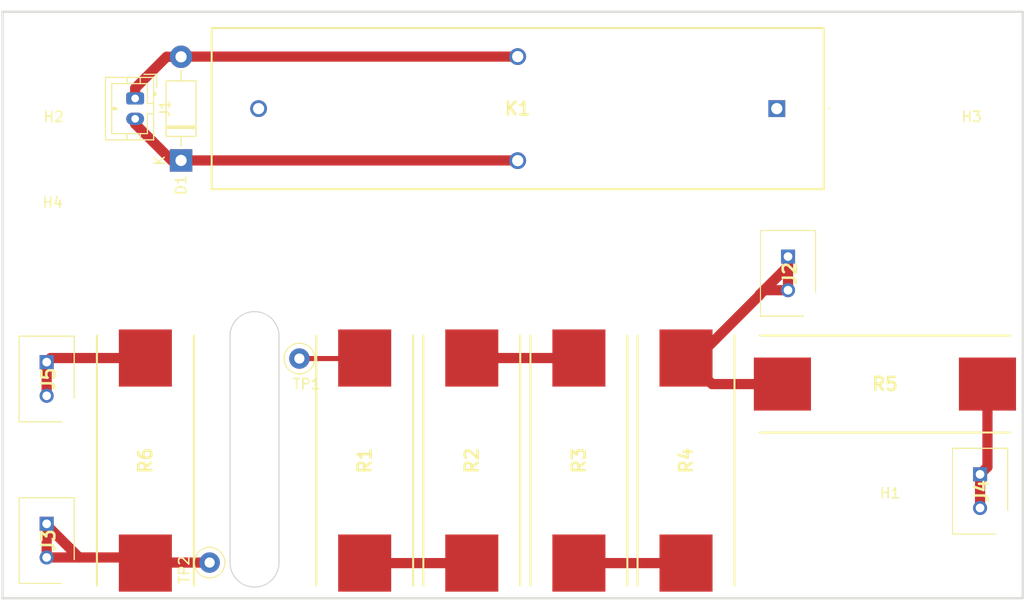
<source format=kicad_pcb>
(kicad_pcb (version 20211014) (generator pcbnew)
  (layers (0 "F.Cu" signal) (31 "B.Cu" signal) (34 "B.Paste" user) (35 "F.Paste" user) (36 "B.SilkS" user "B.Silkscreen") (37 "F.SilkS" user "F.Silkscreen") (38 "B.Mask" user) (39 "F.Mask" user) (44 "Edge.Cuts" user))
  (net 0 "")
  (net 1 "Net-(D1-Pad1)")
  (net 2 "Net-(D1-Pad2)")
  (net 3 "Net-(J2-Pad1)")
  (net 4 "Net-(J3-Pad1)")
  (net 7 "Net-(R1-Pad1)")
  (net 8 "Net-(R1-Pad2)")
  (net 9 "Net-(R2-Pad2)")
  (net 10 "Net-(R3-Pad2)")
  (net 11 "Net-(J4-Pad1)")
  (net 12 "Net-(J5-Pad1)")
  (footprint "SamacSys_Parts:DF33C2P33DSA24" (layer "F.Cu") (at 118.325 75.35 -90)
    (fp_text reference "J4" (at 1.65 -0.175 90) (layer "F.SilkS") (effects (font (size 1.27 1.27) (thickness 0.254))))
    (fp_text value "TSMP" hide)
    (fp_line (start -2.55 -2.7) (end -2.55 -2.7) (layer "F.SilkS") (width 0.1))
    (fp_line (start 5.85 2.7) (end 5.85 2.7) (layer "F.SilkS") (width 0.1))
    (fp_line (start 5.85 2.7) (end 5.85 2.7) (layer "F.SilkS") (width 0.1))
    (fp_line (start 3.5 -2.7) (end 3.5 -2.7) (layer "F.SilkS") (width 0.1))
    (fp_line (start -2.55 2.7) (end -2.55 2.7) (layer "F.SilkS") (width 0.1))
    (fp_line (start 5.85 2.7) (end -2.55 2.7) (layer "F.SilkS") (width 0.1))
    (fp_line (start -2.55 -2.7) (end 3.5 -2.7) (layer "F.SilkS") (width 0.1))
    (fp_line (start 3.5 -2.7) (end -2.55 -2.7) (layer "F.SilkS") (width 0.1))
    (fp_line (start 5.85 -1.5) (end 5.85 -1.5) (layer "F.SilkS") (width 0.1))
    (fp_line (start 5.85 2.7) (end 5.85 -1.5) (layer "F.SilkS") (width 0.1))
    (fp_line (start -2.55 2.7) (end -2.55 -2.7) (layer "F.SilkS") (width 0.1))
    (fp_line (start -2.55 -2.7) (end -2.55 2.7) (layer "F.SilkS") (width 0.1))
    (fp_line (start -2.55 -2.7) (end -2.55 -2.7) (layer "F.SilkS") (width 0.1))
    (fp_line (start 5.85 -1.5) (end 5.85 2.7) (layer "F.SilkS") (width 0.1))
    (fp_line (start -2.55 2.7) (end 5.85 2.7) (layer "F.SilkS") (width 0.1))
    (fp_line (start -2.55 2.7) (end -2.55 2.7) (layer "F.SilkS") (width 0.1))
    (pad "" np_thru_hole circle locked (at 4.85 -2.35 270) (size 1.4 1.4) (drill 1.4) (layers *.Cu *.Mask))
    (pad "1" thru_hole rect locked (at 0 0 270) (size 1.381 1.381) (drill 0.85) (layers *.Cu *.Mask) (net 11 "Net-(J4-Pad1)"))
    (pad "2" thru_hole circle locked (at 3.3 0 270) (size 1.381 1.381) (drill 0.85) (layers *.Cu *.Mask) (net 11 "Net-(J4-Pad1)"))
  )
  (footprint "MountingHole:MountingHole_4.3mm_M4" (layer "F.Cu") (at 117.5 35 180)
    (fp_text reference "H3" (at 0 -5.3) (layer "F.SilkS"))
    (fp_text value "MountingHole")
    (pad "" np_thru_hole circle (at 0 0 180) (size 4.3 4.3) (drill 4.3) (layers *.Cu *.Mask))
  )
  (footprint "SamacSys_Parts:RESM24595X990N" (layer "F.Cu") (at 89.5 74 90)
    (fp_text reference "R4" (at 0 0 90) (layer "F.SilkS") (effects (font (size 1.27 1.27) (thickness 0.254))))
    (fp_text value "2.2k/7W" hide)
    (fp_line (start -12.25 4.75) (end 12.25 4.75) (layer "F.SilkS") (width 0.2))
    (fp_line (start 12.25 -4.75) (end -12.25 -4.75) (layer "F.SilkS") (width 0.2))
    (pad "1" smd rect locked (at -10.05 0 180) (size 5.2 5.6) (layers "F.Cu" "F.Paste" "F.Mask") (net 10 "Net-(R3-Pad2)"))
    (pad "2" smd rect locked (at 10.05 0 180) (size 5.2 5.6) (layers "F.Cu" "F.Paste" "F.Mask") (net 3 "Net-(J2-Pad1)"))
  )
  (footprint "TestPoint:TestPoint_Loop_D2.50mm_Drill1.0mm" (layer "F.Cu") (at 51.6 64)
    (fp_text reference "TP1" (at 0.7 2.5) (layer "F.SilkS"))
    (fp_text value "~")
    (fp_circle (center 0 0) (end 1.5 0) (layer "F.SilkS") (width 0.12) (fill none))
    (pad "1" thru_hole circle (at 0 0) (size 2 2) (drill 1) (layers *.Cu *.Mask) (net 7 "Net-(R1-Pad1)"))
  )
  (footprint "SamacSys_Parts:RESM24595X990N" (layer "F.Cu") (at 58 74 -90)
    (fp_text reference "R1" (at 0 0 90) (layer "F.SilkS") (effects (font (size 1.27 1.27) (thickness 0.254))))
    (fp_text value "2.2k/7W" hide)
    (fp_line (start -12.25 4.75) (end 12.25 4.75) (layer "F.SilkS") (width 0.2))
    (fp_line (start 12.25 -4.75) (end -12.25 -4.75) (layer "F.SilkS") (width 0.2))
    (pad "1" smd rect locked (at -10.05 0) (size 5.2 5.6) (layers "F.Cu" "F.Paste" "F.Mask") (net 7 "Net-(R1-Pad1)"))
    (pad "2" smd rect locked (at 10.05 0) (size 5.2 5.6) (layers "F.Cu" "F.Paste" "F.Mask") (net 8 "Net-(R1-Pad2)"))
  )
  (footprint "SamacSys_Parts:DF33C2P33DSA24" (layer "F.Cu") (at 26.825 64.35 -90)
    (fp_text reference "J5" (at 1.65 -0.175 90) (layer "F.SilkS") (effects (font (size 1.27 1.27) (thickness 0.254))))
    (fp_text value "HV-TSMP" hide)
    (fp_line (start -2.55 -2.7) (end -2.55 -2.7) (layer "F.SilkS") (width 0.1))
    (fp_line (start -2.55 2.7) (end -2.55 -2.7) (layer "F.SilkS") (width 0.1))
    (fp_line (start -2.55 2.7) (end -2.55 2.7) (layer "F.SilkS") (width 0.1))
    (fp_line (start 5.85 2.7) (end 5.85 2.7) (layer "F.SilkS") (width 0.1))
    (fp_line (start 5.85 2.7) (end -2.55 2.7) (layer "F.SilkS") (width 0.1))
    (fp_line (start 3.5 -2.7) (end 3.5 -2.7) (layer "F.SilkS") (width 0.1))
    (fp_line (start 5.85 2.7) (end 5.85 2.7) (layer "F.SilkS") (width 0.1))
    (fp_line (start -2.55 -2.7) (end -2.55 -2.7) (layer "F.SilkS") (width 0.1))
    (fp_line (start 5.85 -1.5) (end 5.85 -1.5) (layer "F.SilkS") (width 0.1))
    (fp_line (start 5.85 2.7) (end 5.85 -1.5) (layer "F.SilkS") (width 0.1))
    (fp_line (start 3.5 -2.7) (end -2.55 -2.7) (layer "F.SilkS") (width 0.1))
    (fp_line (start 5.85 -1.5) (end 5.85 2.7) (layer "F.SilkS") (width 0.1))
    (fp_line (start -2.55 2.7) (end 5.85 2.7) (layer "F.SilkS") (width 0.1))
    (fp_line (start -2.55 2.7) (end -2.55 2.7) (layer "F.SilkS") (width 0.1))
    (fp_line (start -2.55 -2.7) (end -2.55 2.7) (layer "F.SilkS") (width 0.1))
    (fp_line (start -2.55 -2.7) (end 3.5 -2.7) (layer "F.SilkS") (width 0.1))
    (pad "" np_thru_hole circle locked (at 4.85 -2.35 270) (size 1.4 1.4) (drill 1.4) (layers *.Cu *.Mask))
    (pad "1" thru_hole rect locked (at 0 0 270) (size 1.381 1.381) (drill 0.85) (layers *.Cu *.Mask) (net 12 "Net-(J5-Pad1)"))
    (pad "2" thru_hole circle locked (at 3.3 0 270) (size 1.381 1.381) (drill 0.85) (layers *.Cu *.Mask) (net 12 "Net-(J5-Pad1)"))
  )
  (footprint "Connector_JST:JST_PH_B2B-PH-K_1x02_P2.00mm_Vertical" (layer "F.Cu") (at 35.5 38.5 -90)
    (fp_text reference "J1" (at 1 -2.9 -90) (layer "F.SilkS"))
    (fp_text value "SC")
    (fp_line (start -0.3 -2.01) (end -0.6 -2.01) (layer "F.SilkS") (width 0.12))
    (fp_line (start -1.11 -2.11) (end -2.36 -2.11) (layer "F.SilkS") (width 0.12))
    (fp_line (start 4.06 -1.81) (end -2.06 -1.81) (layer "F.SilkS") (width 0.12))
    (fp_line (start 1.5 -1.2) (end 1.5 -1.81) (layer "F.SilkS") (width 0.12))
    (fp_line (start -2.06 -1.81) (end -2.06 2.91) (layer "F.SilkS") (width 0.12))
    (fp_line (start -1.45 -1.2) (end -1.45 2.3) (layer "F.SilkS") (width 0.12))
    (fp_line (start 1.1 1.8) (end 1.1 2.3) (layer "F.SilkS") (width 0.12))
    (fp_line (start -1.45 2.3) (end 3.45 2.3) (layer "F.SilkS") (width 0.12))
    (fp_line (start 3.45 -1.2) (end 1.5 -1.2) (layer "F.SilkS") (width 0.12))
    (fp_line (start 0.9 1.8) (end 1.1 1.8) (layer "F.SilkS") (width 0.12))
    (fp_line (start -0.3 -1.81) (end -0.3 -2.01) (layer "F.SilkS") (width 0.12))
    (fp_line (start 4.06 -0.5) (end 3.45 -0.5) (layer "F.SilkS") (width 0.12))
    (fp_line (start -2.36 -2.11) (end -2.36 -0.86) (layer "F.SilkS") (width 0.12))
    (fp_line (start 0.5 -1.81) (end 0.5 -1.2) (layer "F.SilkS") (width 0.12))
    (fp_line (start -2.06 2.91) (end 4.06 2.91) (layer "F.SilkS") (width 0.12))
    (fp_line (start -0.3 -1.91) (end -0.6 -1.91) (layer "F.SilkS") (width 0.12))
    (fp_line (start 4.06 0.8) (end 3.45 0.8) (layer "F.SilkS") (width 0.12))
    (fp_line (start 0.5 -1.2) (end -1.45 -1.2) (layer "F.SilkS") (width 0.12))
    (fp_line (start 0.9 2.3) (end 0.9 1.8) (layer "F.SilkS") (width 0.12))
    (fp_line (start -2.06 0.8) (end -1.45 0.8) (layer "F.SilkS") (width 0.12))
    (fp_line (start 4.06 2.91) (end 4.06 -1.81) (layer "F.SilkS") (width 0.12))
    (fp_line (start 3.45 2.3) (end 3.45 -1.2) (layer "F.SilkS") (width 0.12))
    (fp_line (start 1 2.3) (end 1 1.8) (layer "F.SilkS") (width 0.12))
    (fp_line (start -0.6 -2.01) (end -0.6 -1.81) (layer "F.SilkS") (width 0.12))
    (fp_line (start -2.06 -0.5) (end -1.45 -0.5) (layer "F.SilkS") (width 0.12))
    (pad "1" thru_hole roundrect (at 0 0 270) (size 1.2 1.75) (drill 0.75) (layers *.Cu *.Mask) (roundrect_rratio 0.2083333333) (net 2 "Net-(D1-Pad2)"))
    (pad "2" thru_hole oval (at 2 0 270) (size 1.2 1.75) (drill 0.75) (layers *.Cu *.Mask) (net 1 "Net-(D1-Pad1)"))
  )
  (footprint "SamacSys_Parts:RESM24595X990N" (layer "F.Cu") (at 79 74 -90)
    (fp_text reference "R3" (at 0 0 90) (layer "F.SilkS") (effects (font (size 1.27 1.27) (thickness 0.254))))
    (fp_text value "2.2k/7W" hide)
    (fp_line (start 12.25 -4.75) (end -12.25 -4.75) (layer "F.SilkS") (width 0.2))
    (fp_line (start -12.25 4.75) (end 12.25 4.75) (layer "F.SilkS") (width 0.2))
    (pad "1" smd rect locked (at -10.05 0) (size 5.2 5.6) (layers "F.Cu" "F.Paste" "F.Mask") (net 9 "Net-(R2-Pad2)"))
    (pad "2" smd rect locked (at 10.05 0) (size 5.2 5.6) (layers "F.Cu" "F.Paste" "F.Mask") (net 10 "Net-(R3-Pad2)"))
  )
  (footprint "MountingHole:MountingHole_4.3mm_M4" (layer "F.Cu") (at 27.5 35 180)
    (fp_text reference "H2" (at 0 -5.3) (layer "F.SilkS"))
    (fp_text value "MountingHole")
    (pad "" np_thru_hole circle (at 0 0 180) (size 4.3 4.3) (drill 4.3) (layers *.Cu *.Mask))
  )
  (footprint "SamacSys_Parts:DF33C2P33DSA24" (layer "F.Cu") (at 26.825 80.2 -90)
    (fp_text reference "J3" (at 1.65 -0.175 90) (layer "F.SilkS") (effects (font (size 1.27 1.27) (thickness 0.254))))
    (fp_text value "HV-" hide)
    (fp_line (start -2.55 2.7) (end -2.55 2.7) (layer "F.SilkS") (width 0.1))
    (fp_line (start -2.55 -2.7) (end 3.5 -2.7) (layer "F.SilkS") (width 0.1))
    (fp_line (start -2.55 -2.7) (end -2.55 2.7) (layer "F.SilkS") (width 0.1))
    (fp_line (start 5.85 2.7) (end 5.85 2.7) (layer "F.SilkS") (width 0.1))
    (fp_line (start -2.55 -2.7) (end -2.55 -2.7) (layer "F.SilkS") (width 0.1))
    (fp_line (start 3.5 -2.7) (end 3.5 -2.7) (layer "F.SilkS") (width 0.1))
    (fp_line (start 5.85 2.7) (end 5.85 -1.5) (layer "F.SilkS") (width 0.1))
    (fp_line (start 5.85 -1.5) (end 5.85 2.7) (layer "F.SilkS") (width 0.1))
    (fp_line (start 5.85 -1.5) (end 5.85 -1.5) (layer "F.SilkS") (width 0.1))
    (fp_line (start 3.5 -2.7) (end -2.55 -2.7) (layer "F.SilkS") (width 0.1))
    (fp_line (start 5.85 2.7) (end 5.85 2.7) (layer "F.SilkS") (width 0.1))
    (fp_line (start 5.85 2.7) (end -2.55 2.7) (layer "F.SilkS") (width 0.1))
    (fp_line (start -2.55 -2.7) (end -2.55 -2.7) (layer "F.SilkS") (width 0.1))
    (fp_line (start -2.55 2.7) (end 5.85 2.7) (layer "F.SilkS") (width 0.1))
    (fp_line (start -2.55 2.7) (end -2.55 2.7) (layer "F.SilkS") (width 0.1))
    (fp_line (start -2.55 2.7) (end -2.55 -2.7) (layer "F.SilkS") (width 0.1))
    (pad "" np_thru_hole circle locked (at 4.85 -2.35 270) (size 1.4 1.4) (drill 1.4) (layers *.Cu *.Mask))
    (pad "1" thru_hole rect locked (at 0 0 270) (size 1.381 1.381) (drill 0.85) (layers *.Cu *.Mask) (net 4 "Net-(J3-Pad1)"))
    (pad "2" thru_hole circle locked (at 3.3 0 270) (size 1.381 1.381) (drill 0.85) (layers *.Cu *.Mask) (net 4 "Net-(J3-Pad1)"))
  )
  (footprint "SamacSys_Parts:RESM24595X990N" (layer "F.Cu") (at 68.5 74 90)
    (fp_text reference "R2" (at 0 0 90) (layer "F.SilkS") (effects (font (size 1.27 1.27) (thickness 0.254))))
    (fp_text value "2.2k/7W" hide)
    (fp_line (start 12.25 -4.75) (end -12.25 -4.75) (layer "F.SilkS") (width 0.2))
    (fp_line (start -12.25 4.75) (end 12.25 4.75) (layer "F.SilkS") (width 0.2))
    (pad "1" smd rect locked (at -10.05 0 180) (size 5.2 5.6) (layers "F.Cu" "F.Paste" "F.Mask") (net 8 "Net-(R1-Pad2)"))
    (pad "2" smd rect locked (at 10.05 0 180) (size 5.2 5.6) (layers "F.Cu" "F.Paste" "F.Mask") (net 9 "Net-(R2-Pad2)"))
  )
  (footprint "TestPoint:TestPoint_Loop_D2.50mm_Drill1.0mm" (layer "F.Cu") (at 42.8 84 -90)
    (fp_text reference "TP2" (at 0.7 2.5 90) (layer "F.SilkS"))
    (fp_text value "~")
    (fp_circle (center 0 0) (end 1.5 0) (layer "F.SilkS") (width 0.12) (fill none))
    (pad "1" thru_hole circle (at 0 0 270) (size 2 2) (drill 1) (layers *.Cu *.Mask) (net 4 "Net-(J3-Pad1)"))
  )
  (footprint "MountingHole:MountingHole_4.3mm_M4" (layer "F.Cu") (at 109.5 82.5)
    (fp_text reference "H1" (at 0 -5.3) (layer "F.SilkS"))
    (fp_text value "MountingHole")
    (pad "" np_thru_hole circle (at 0 0) (size 4.3 4.3) (drill 4.3) (layers *.Cu *.Mask))
  )
  (footprint "SamacSys_Parts:RESM24595X990N" (layer "F.Cu") (at 36.5 74 90)
    (fp_text reference "R6" (at 0 0 90) (layer "F.SilkS") (effects (font (size 1.27 1.27) (thickness 0.254))))
    (fp_text value "15k/7W" hide)
    (fp_line (start 12.25 -4.75) (end -12.25 -4.75) (layer "F.SilkS") (width 0.2))
    (fp_line (start -12.25 4.75) (end 12.25 4.75) (layer "F.SilkS") (width 0.2))
    (pad "1" smd rect locked (at -10.05 0 180) (size 5.2 5.6) (layers "F.Cu" "F.Paste" "F.Mask") (net 4 "Net-(J3-Pad1)"))
    (pad "2" smd rect locked (at 10.05 0 180) (size 5.2 5.6) (layers "F.Cu" "F.Paste" "F.Mask") (net 12 "Net-(J5-Pad1)"))
  )
  (footprint "Diode_THT:D_DO-41_SOD81_P10.16mm_Horizontal" (layer "F.Cu") (at 40 44.58 90)
    (fp_text reference "D1" (at -2.42 0 90) (layer "F.SilkS"))
    (fp_text value "1N4001")
    (fp_text user "K" (at 0 -2.1 90) (layer "F.SilkS"))
    (fp_line (start 3.38 -1.47) (end 3.38 1.47) (layer "F.SilkS") (width 0.12))
    (fp_line (start 2.36 1.47) (end 7.8 1.47) (layer "F.SilkS") (width 0.12))
    (fp_line (start 1.34 0) (end 2.36 0) (layer "F.SilkS") (width 0.12))
    (fp_line (start 2.36 -1.47) (end 2.36 1.47) (layer "F.SilkS") (width 0.12))
    (fp_line (start 8.82 0) (end 7.8 0) (layer "F.SilkS") (width 0.12))
    (fp_line (start 3.14 -1.47) (end 3.14 1.47) (layer "F.SilkS") (width 0.12))
    (fp_line (start 7.8 1.47) (end 7.8 -1.47) (layer "F.SilkS") (width 0.12))
    (fp_line (start 3.26 -1.47) (end 3.26 1.47) (layer "F.SilkS") (width 0.12))
    (fp_line (start 7.8 -1.47) (end 2.36 -1.47) (layer "F.SilkS") (width 0.12))
    (pad "1" thru_hole rect (at 0 0 90) (size 2.2 2.2) (drill 1.1) (layers *.Cu *.Mask) (net 1 "Net-(D1-Pad1)"))
    (pad "2" thru_hole oval (at 10.16 0 90) (size 2.2 2.2) (drill 1.1) (layers *.Cu *.Mask) (net 2 "Net-(D1-Pad2)"))
  )
  (footprint "MountingHole:MountingHole_4.3mm_M4" (layer "F.Cu") (at 27.4 54)
    (fp_text reference "H4" (at 0 -5.3) (layer "F.SilkS"))
    (fp_text value "MountingHole")
    (pad "" np_thru_hole circle (at 0 0) (size 4.3 4.3) (drill 4.3) (layers *.Cu *.Mask))
  )
  (footprint "SamacSys_Parts:DBT72410" (layer "F.Cu") (at 98.4 39.5 180)
    (fp_text reference "K1" (at 25.4 0) (layer "F.SilkS") (effects (font (size 1.27 1.27) (thickness 0.254))))
    (fp_text value "DBT72410F" hide)
    (fp_line (start -5.1 0) (end -5.1 0) (layer "F.SilkS") (width 0.1))
    (fp_line (start 55.4 7.9) (end 55.4 -7.9) (layer "F.SilkS") (width 0.2))
    (fp_line (start -4.6 7.9) (end 55.4 7.9) (layer "F.SilkS") (width 0.2))
    (fp_line (start -5.2 0) (end -5.2 0) (layer "F.SilkS") (width 0.1))
    (fp_line (start 55.4 -7.9) (end -4.6 -7.9) (layer "F.SilkS") (width 0.2))
    (fp_line (start -4.6 -7.9) (end -4.6 7.9) (layer "F.SilkS") (width 0.2))
    (fp_arc (start -5.2 0) (mid -5.15 -0.05) (end -5.1 0) (layer "F.SilkS") (width 0.1))
    (fp_arc (start -5.1 0) (mid -5.15 0.05) (end -5.2 0) (layer "F.SilkS") (width 0.1))
    (pad "1" thru_hole rect (at 0 0 180) (size 1.65 1.65) (drill 1.1) (layers *.Cu *.Mask))
    (pad "2" thru_hole circle (at 50.8 0 180) (size 1.65 1.65) (drill 1.1) (layers *.Cu *.Mask))
    (pad "3" thru_hole circle (at 25.4 5.1 180) (size 1.65 1.65) (drill 1.1) (layers *.Cu *.Mask) (net 2 "Net-(D1-Pad2)"))
    (pad "4" thru_hole circle (at 25.4 -5.1 180) (size 1.65 1.65) (drill 1.1) (layers *.Cu *.Mask) (net 1 "Net-(D1-Pad1)"))
  )
  (footprint "SamacSys_Parts:DF33C2P33DSA24" (layer "F.Cu") (at 99.5 54 -90)
    (fp_text reference "J2" (at 1.65 -0.175 -90) (layer "F.SilkS") (effects (font (size 1.27 1.27) (thickness 0.254))))
    (fp_text value "HV+" hide)
    (fp_line (start 5.85 2.7) (end 5.85 2.7) (layer "F.SilkS") (width 0.1))
    (fp_line (start -2.55 2.7) (end -2.55 -2.7) (layer "F.SilkS") (width 0.1))
    (fp_line (start 5.85 -1.5) (end 5.85 -1.5) (layer "F.SilkS") (width 0.1))
    (fp_line (start 3.5 -2.7) (end -2.55 -2.7) (layer "F.SilkS") (width 0.1))
    (fp_line (start 5.85 2.7) (end -2.55 2.7) (layer "F.SilkS") (width 0.1))
    (fp_line (start 5.85 2.7) (end 5.85 -1.5) (layer "F.SilkS") (width 0.1))
    (fp_line (start -2.55 -2.7) (end -2.55 -2.7) (layer "F.SilkS") (width 0.1))
    (fp_line (start -2.55 2.7) (end -2.55 2.7) (layer "F.SilkS") (width 0.1))
    (fp_line (start -2.55 2.7) (end 5.85 2.7) (layer "F.SilkS") (width 0.1))
    (fp_line (start 5.85 -1.5) (end 5.85 2.7) (layer "F.SilkS") (width 0.1))
    (fp_line (start 5.85 2.7) (end 5.85 2.7) (layer "F.SilkS") (width 0.1))
    (fp_line (start -2.55 2.7) (end -2.55 2.7) (layer "F.SilkS") (width 0.1))
    (fp_line (start 3.5 -2.7) (end 3.5 -2.7) (layer "F.SilkS") (width 0.1))
    (fp_line (start -2.55 -2.7) (end -2.55 -2.7) (layer "F.SilkS") (width 0.1))
    (fp_line (start -2.55 -2.7) (end 3.5 -2.7) (layer "F.SilkS") (width 0.1))
    (fp_line (start -2.55 -2.7) (end -2.55 2.7) (layer "F.SilkS") (width 0.1))
    (pad "" np_thru_hole circle locked (at 4.85 -2.35 270) (size 1.4 1.4) (drill 1.4) (layers *.Cu *.Mask))
    (pad "1" thru_hole rect locked (at 0 0 270) (size 1.381 1.381) (drill 0.85) (layers *.Cu *.Mask) (net 3 "Net-(J2-Pad1)"))
    (pad "2" thru_hole circle locked (at 3.3 0 270) (size 1.381 1.381) (drill 0.85) (layers *.Cu *.Mask) (net 3 "Net-(J2-Pad1)"))
  )
  (footprint "SamacSys_Parts:RESM24595X990N" (layer "F.Cu") (at 109 66.5)
    (fp_text reference "R5" (at 0 0) (layer "F.SilkS") (effects (font (size 1.27 1.27) (thickness 0.254))))
    (fp_text value "15k/7W" hide)
    (fp_line (start 12.25 -4.75) (end -12.25 -4.75) (layer "F.SilkS") (width 0.2))
    (fp_line (start -12.25 4.75) (end 12.25 4.75) (layer "F.SilkS") (width 0.2))
    (pad "1" smd rect locked (at -10.05 0 90) (size 5.2 5.6) (layers "F.Cu" "F.Paste" "F.Mask") (net 3 "Net-(J2-Pad1)"))
    (pad "2" smd rect locked (at 10.05 0 90) (size 5.2 5.6) (layers "F.Cu" "F.Paste" "F.Mask") (net 11 "Net-(J4-Pad1)"))
  )
  (gr_line (start 49.6 61.8) (end 49.6 84) (layer "Edge.Cuts") (width 0.1))
  (gr_arc (start 44.8 61.8) (mid 47.2 59.4) (end 49.6 61.8) (layer "Edge.Cuts") (width 0.1))
  (gr_arc (start 49.6 84) (mid 47.2 86.4) (end 44.8 84) (layer "Edge.Cuts") (width 0.1))
  (gr_line (start 44.8 84) (end 44.8 61.8) (layer "Edge.Cuts") (width 0.1))
  (gr_rect (start 122.5 87.5) (end 22.5 30) (layer "Edge.Cuts") (width 0.2) (fill none))
  (segment (start 35.5 41) (end 35.5 40.5) (width 1) (layer "F.Cu") (net 1))
  (segment (start 40 44.58) (end 39.08 44.58) (width 1) (layer "F.Cu") (net 1))
  (segment (start 72.98 44.58) (end 73 44.6) (width 1) (layer "F.Cu") (net 1))
  (segment (start 39.08 44.58) (end 35.5 41) (width 1) (layer "F.Cu") (net 1))
  (segment (start 40 44.58) (end 72.98 44.58) (width 1) (layer "F.Cu") (net 1))
  (segment (start 73 34.4) (end 40.02 34.4) (width 1) (layer "F.Cu") (net 2))
  (segment (start 40 34.42) (end 38.58 34.42) (width 1) (layer "F.Cu") (net 2))
  (segment (start 40.02 34.4) (end 40 34.42) (width 1) (layer "F.Cu") (net 2))
  (segment (start 38.58 34.42) (end 35.5 37.5) (width 1) (layer "F.Cu") (net 2))
  (segment (start 35.5 37.5) (end 35.5 38.5) (width 1) (layer "F.Cu") (net 2))
  (segment (start 96.725 57.725) (end 97.15 57.3) (width 1) (layer "F.Cu") (net 3))
  (segment (start 98.95 66.5) (end 92.05 66.5) (width 1) (layer "F.Cu") (net 3))
  (segment (start 92.05 66.5) (end 89.5 63.95) (width 1) (layer "F.Cu") (net 3))
  (segment (start 97.15 57.3) (end 99.5 57.3) (width 1) (layer "F.Cu") (net 3))
  (segment (start 99.5 54.95) (end 99.5 54) (width 1) (layer "F.Cu") (net 3))
  (segment (start 96.725 57.775) (end 96.725 57.725) (width 1) (layer "F.Cu") (net 3))
  (segment (start 99.5 57.3) (end 99.5 54) (width 1) (layer "F.Cu") (net 3))
  (segment (start 96.725 57.725) (end 99.5 54.95) (width 1) (layer "F.Cu") (net 3))
  (segment (start 90.58 63.92) (end 96.725 57.775) (width 1) (layer "F.Cu") (net 3))
  (segment (start 90.47 63.92) (end 90.58 63.92) (width 1) (layer "F.Cu") (net 3))
  (segment (start 26.825 80.325) (end 30 83.5) (width 1) (layer "F.Cu") (net 4))
  (segment (start 36.5 84.05) (end 35.95 83.5) (width 1) (layer "F.Cu") (net 4))
  (segment (start 30 83.5) (end 26.825 83.5) (width 1) (layer "F.Cu") (net 4))
  (segment (start 26.825 83.5) (end 26.825 80.2) (width 1) (layer "F.Cu") (net 4))
  (segment (start 26.825 80.2) (end 26.825 80.325) (width 1) (layer "F.Cu") (net 4))
  (segment (start 42.8 84) (end 36.55 84) (width 1) (layer "F.Cu") (net 4))
  (segment (start 36.55 84) (end 36.5 84.05) (width 1) (layer "F.Cu") (net 4))
  (segment (start 35.95 83.5) (end 30 83.5) (width 1) (layer "F.Cu") (net 4))
  (segment (start 51.6 64) (end 57.95 64) (width 0.5) (layer "F.Cu") (net 7))
  (segment (start 57.95 64) (end 58 63.95) (width 0.5) (layer "F.Cu") (net 7))
  (segment (start 68.5 84.05) (end 58 84.05) (width 1) (layer "F.Cu") (net 8))
  (segment (start 79 63.95) (end 68.5 63.95) (width 1) (layer "F.Cu") (net 9))
  (segment (start 89.5 84.05) (end 79 84.05) (width 1) (layer "F.Cu") (net 10))
  (segment (start 119.05 66.5) (end 119.05 74.625) (width 1) (layer "F.Cu") (net 11))
  (segment (start 119.05 74.625) (end 118.325 75.35) (width 1) (layer "F.Cu") (net 11))
  (segment (start 118.325 75.35) (end 118.325 78.65) (width 1) (layer "F.Cu") (net 11))
  (segment (start 36.5 63.95) (end 27.225 63.95) (width 1) (layer "F.Cu") (net 12))
  (segment (start 27.225 63.95) (end 26.825 64.35) (width 1) (layer "F.Cu") (net 12))
  (segment (start 26.825 64.35) (end 26.825 67.65) (width 1) (layer "F.Cu") (net 12))
)
</source>
